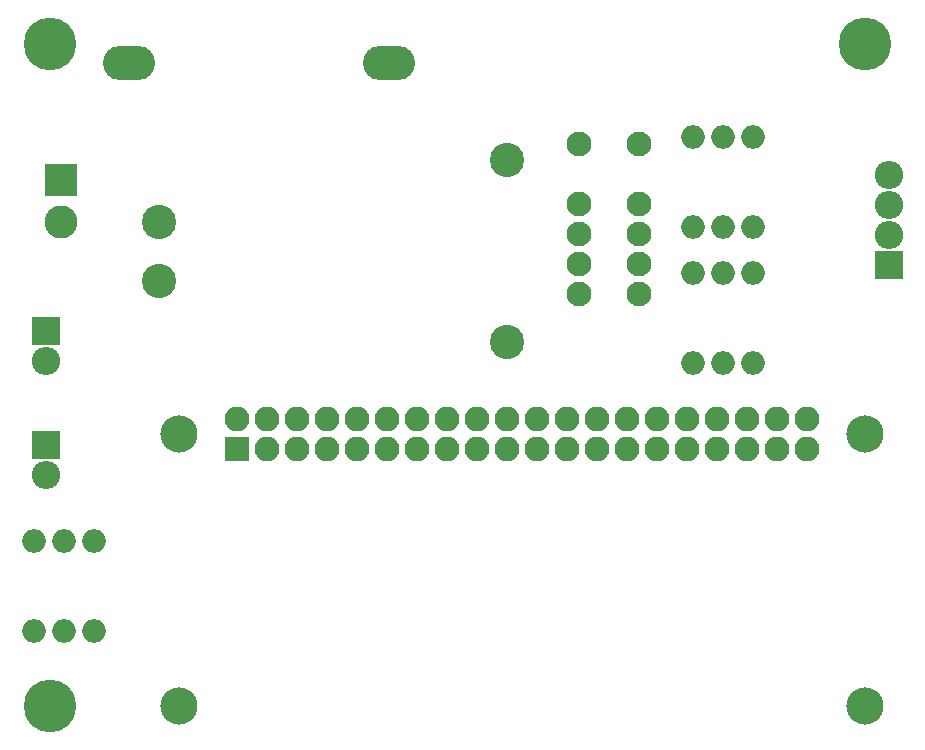
<source format=gbr>
G04 #@! TF.FileFunction,Soldermask,Bot*
%FSLAX46Y46*%
G04 Gerber Fmt 4.6, Leading zero omitted, Abs format (unit mm)*
G04 Created by KiCad (PCBNEW 4.0.7) date Tuesday, 06 '06e' March '06e' 2018, 22:38:06*
%MOMM*%
%LPD*%
G01*
G04 APERTURE LIST*
%ADD10C,0.100000*%
%ADD11O,2.398980X2.398980*%
%ADD12R,2.398980X2.398980*%
%ADD13O,2.000000X2.000000*%
%ADD14C,3.150000*%
%ADD15R,2.100000X2.100000*%
%ADD16O,2.100000X2.100000*%
%ADD17C,2.800000*%
%ADD18R,2.800000X2.800000*%
%ADD19O,4.400500X2.899360*%
%ADD20C,4.464000*%
%ADD21C,2.900000*%
%ADD22C,2.100000*%
G04 APERTURE END LIST*
D10*
D11*
X93700000Y-133440000D03*
D12*
X93700000Y-130900000D03*
D11*
X93700000Y-123840000D03*
D12*
X93700000Y-121300000D03*
D13*
X148450000Y-112500000D03*
X150990000Y-112500000D03*
X153530000Y-112500000D03*
X153530000Y-104880000D03*
X150990000Y-104880000D03*
X148450000Y-104880000D03*
X148450000Y-123950000D03*
X150990000Y-123950000D03*
X153530000Y-123950000D03*
X153530000Y-116330000D03*
X150990000Y-116330000D03*
X148450000Y-116330000D03*
X97750000Y-139050000D03*
X95210000Y-139050000D03*
X92670000Y-139050000D03*
X92670000Y-146670000D03*
X95210000Y-146670000D03*
X97750000Y-146670000D03*
D11*
X165100000Y-108080000D03*
D12*
X165100000Y-115700000D03*
D11*
X165100000Y-113160000D03*
X165100000Y-110620000D03*
D14*
X163000000Y-153000000D03*
X105000000Y-153000000D03*
X163000000Y-130000000D03*
D15*
X109870000Y-131270000D03*
D16*
X109870000Y-128730000D03*
X112410000Y-131270000D03*
X112410000Y-128730000D03*
X114950000Y-131270000D03*
X114950000Y-128730000D03*
X117490000Y-131270000D03*
X117490000Y-128730000D03*
X120030000Y-131270000D03*
X120030000Y-128730000D03*
X122570000Y-131270000D03*
X122570000Y-128730000D03*
X125110000Y-131270000D03*
X125110000Y-128730000D03*
X127650000Y-131270000D03*
X127650000Y-128730000D03*
X130190000Y-131270000D03*
X130190000Y-128730000D03*
X132730000Y-131270000D03*
X132730000Y-128730000D03*
X135270000Y-131270000D03*
X135270000Y-128730000D03*
X137810000Y-131270000D03*
X137810000Y-128730000D03*
X140350000Y-131270000D03*
X140350000Y-128730000D03*
X142890000Y-131270000D03*
X142890000Y-128730000D03*
X145430000Y-131270000D03*
X145430000Y-128730000D03*
X147970000Y-131270000D03*
X147970000Y-128730000D03*
X150510000Y-131270000D03*
X150510000Y-128730000D03*
X153050000Y-131270000D03*
X153050000Y-128730000D03*
X155590000Y-131270000D03*
X155590000Y-128730000D03*
X158130000Y-131270000D03*
X158130000Y-128730000D03*
D14*
X105000000Y-130000000D03*
D17*
X95000000Y-112000000D03*
D18*
X95000000Y-108500000D03*
D19*
X100699260Y-98600000D03*
X122700740Y-98600000D03*
D20*
X94000000Y-97000000D03*
X94000000Y-153000000D03*
X163000000Y-97000000D03*
D21*
X103300000Y-112000000D03*
X103300000Y-117000000D03*
X132700000Y-106800000D03*
X132700000Y-122200000D03*
D22*
X138800000Y-118100000D03*
X138800000Y-115560000D03*
X138800000Y-113020000D03*
X138800000Y-110480000D03*
X143880000Y-118100000D03*
X143880000Y-115560000D03*
X143880000Y-113020000D03*
X143880000Y-110480000D03*
X143880000Y-105400000D03*
X138800000Y-105400000D03*
M02*

</source>
